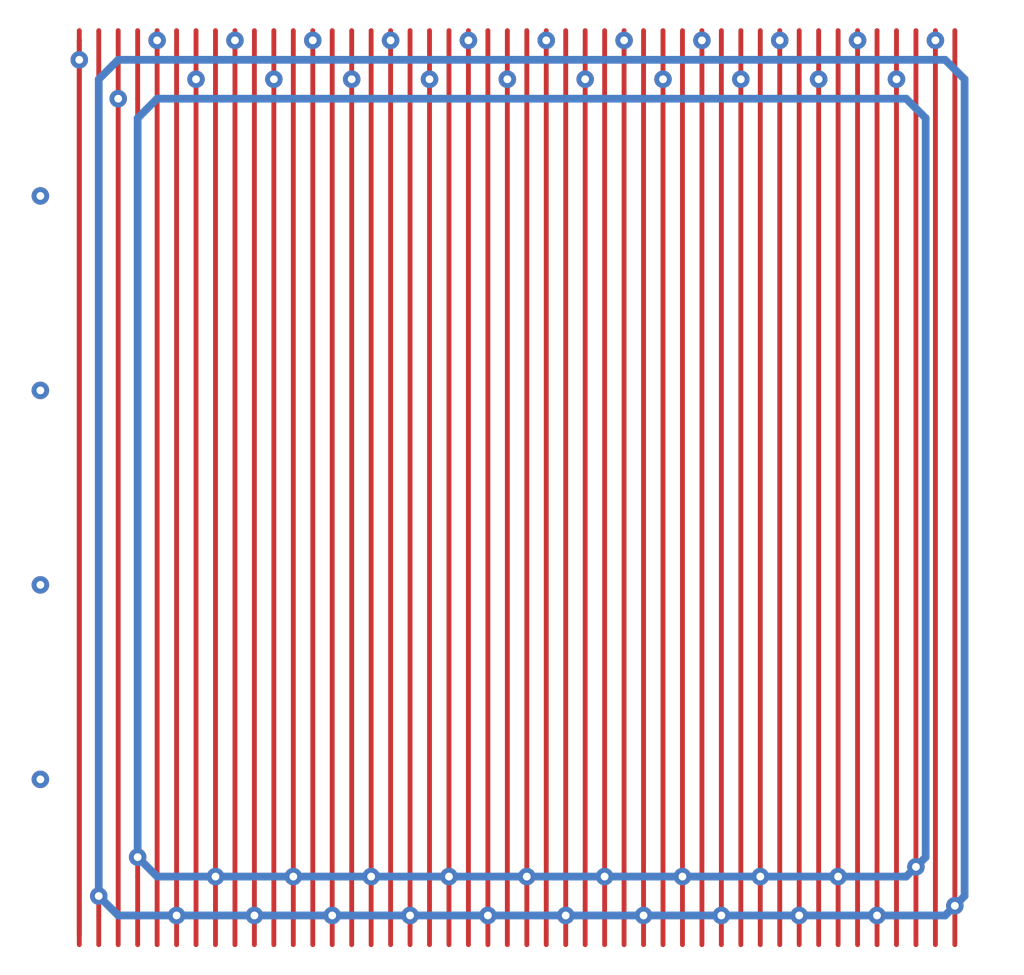
<source format=kicad_pcb>
(kicad_pcb (version 20171130) (host pcbnew "(5.1.9)-1")

  (general
    (thickness 1.6)
    (drawings 6)
    (tracks 139)
    (zones 0)
    (modules 0)
    (nets 1)
  )

  (page A4)
  (layers
    (0 F.Cu signal)
    (1 In1.Cu mixed)
    (2 In2.Cu power)
    (31 B.Cu power)
    (32 B.Adhes user)
    (33 F.Adhes user)
    (34 B.Paste user)
    (35 F.Paste user)
    (36 B.SilkS user)
    (37 F.SilkS user)
    (38 B.Mask user)
    (39 F.Mask user)
    (40 Dwgs.User user)
    (41 Cmts.User user)
    (42 Eco1.User user)
    (43 Eco2.User user)
    (44 Edge.Cuts user)
    (45 Margin user)
    (46 B.CrtYd user)
    (47 F.CrtYd user)
    (48 B.Fab user)
    (49 F.Fab user)
  )

  (setup
    (last_trace_width 0.25)
    (trace_clearance 0.2)
    (zone_clearance 0.508)
    (zone_45_only no)
    (trace_min 0.2)
    (via_size 0.8)
    (via_drill 0.4)
    (via_min_size 0.4)
    (via_min_drill 0.3)
    (uvia_size 0.3)
    (uvia_drill 0.1)
    (uvias_allowed no)
    (uvia_min_size 0.2)
    (uvia_min_drill 0.1)
    (edge_width 0.05)
    (segment_width 0.2)
    (pcb_text_width 0.3)
    (pcb_text_size 1.5 1.5)
    (mod_edge_width 0.12)
    (mod_text_size 1 1)
    (mod_text_width 0.15)
    (pad_size 1.524 1.524)
    (pad_drill 0.762)
    (pad_to_mask_clearance 0)
    (aux_axis_origin 0 0)
    (visible_elements 7FFFFFFF)
    (pcbplotparams
      (layerselection 0x010fc_ffffffff)
      (usegerberextensions false)
      (usegerberattributes true)
      (usegerberadvancedattributes true)
      (creategerberjobfile true)
      (excludeedgelayer true)
      (linewidth 0.100000)
      (plotframeref false)
      (viasonmask false)
      (mode 1)
      (useauxorigin false)
      (hpglpennumber 1)
      (hpglpenspeed 20)
      (hpglpendiameter 15.000000)
      (psnegative false)
      (psa4output false)
      (plotreference true)
      (plotvalue true)
      (plotinvisibletext false)
      (padsonsilk false)
      (subtractmaskfromsilk false)
      (outputformat 1)
      (mirror false)
      (drillshape 1)
      (scaleselection 1)
      (outputdirectory ""))
  )

  (net 0 "")

  (net_class Default "This is the default net class."
    (clearance 0.2)
    (trace_width 0.25)
    (via_dia 0.8)
    (via_drill 0.4)
    (uvia_dia 0.3)
    (uvia_drill 0.1)
  )

  (gr_line (start 47.5 100) (end 50 100) (layer Dwgs.User) (width 0.15) (tstamp 6070626B))
  (gr_line (start 47.5 50) (end 47.5 100) (layer Dwgs.User) (width 0.15))
  (gr_line (start 50 50) (end 47.5 50) (layer Dwgs.User) (width 0.15))
  (gr_line (start 100 50) (end 50 50) (layer Dwgs.User) (width 0.15) (tstamp 606C9D1E))
  (gr_line (start 100 100) (end 100 50) (layer Dwgs.User) (width 0.15))
  (gr_line (start 50 100) (end 100 100) (layer Dwgs.User) (width 0.15))

  (segment (start 55.5 51.5) (end 55.5 98.5) (width 0.25) (layer F.Cu) (net 0) (tstamp 606CDC36))
  (segment (start 56.5 51.5) (end 56.5 98.5) (width 0.25) (layer F.Cu) (net 0) (tstamp 606CDC38))
  (segment (start 57.5 51.5) (end 57.5 98.5) (width 0.25) (layer F.Cu) (net 0) (tstamp 606CDC3A))
  (segment (start 58.5 51.5) (end 58.5 98.5) (width 0.25) (layer F.Cu) (net 0) (tstamp 606CDC3C))
  (segment (start 59.5 51.5) (end 59.5 98.5) (width 0.25) (layer F.Cu) (net 0) (tstamp 606CDC3E))
  (segment (start 61.5 51.5) (end 61.5 98.5) (width 0.25) (layer F.Cu) (net 0) (tstamp 606CDC42))
  (segment (start 62.5 51.5) (end 62.5 98.5) (width 0.25) (layer F.Cu) (net 0) (tstamp 606CDC44))
  (segment (start 63.5 51.5) (end 63.5 98.5) (width 0.25) (layer F.Cu) (net 0) (tstamp 606CDC46))
  (segment (start 64.5 51.5) (end 64.5 98.5) (width 0.25) (layer F.Cu) (net 0) (tstamp 606CDC48))
  (segment (start 65.5 51.5) (end 65.5 98.5) (width 0.25) (layer F.Cu) (net 0) (tstamp 606CDC4A))
  (segment (start 66.5 51.5) (end 66.5 98.5) (width 0.25) (layer F.Cu) (net 0) (tstamp 606CDC4C))
  (segment (start 67.5 51.5) (end 67.5 98.5) (width 0.25) (layer F.Cu) (net 0) (tstamp 606CDC4E))
  (segment (start 68.5 51.5) (end 68.5 98.5) (width 0.25) (layer F.Cu) (net 0) (tstamp 606CDC50))
  (segment (start 69.5 51.5) (end 69.5 98.5) (width 0.25) (layer F.Cu) (net 0) (tstamp 606CDC52))
  (segment (start 70.5 51.5) (end 70.5 98.5) (width 0.25) (layer F.Cu) (net 0) (tstamp 606CDC54))
  (segment (start 71.5 51.5) (end 71.5 98.5) (width 0.25) (layer F.Cu) (net 0) (tstamp 606CDC56))
  (segment (start 72.5 51.5) (end 72.5 98.5) (width 0.25) (layer F.Cu) (net 0) (tstamp 606CDC58))
  (segment (start 73.5 51.5) (end 73.5 98.5) (width 0.25) (layer F.Cu) (net 0) (tstamp 606CDC5A))
  (segment (start 74.5 51.5) (end 74.5 98.5) (width 0.25) (layer F.Cu) (net 0) (tstamp 606CDC5C))
  (segment (start 75.5 51.5) (end 75.5 98.5) (width 0.25) (layer F.Cu) (net 0) (tstamp 606CDC5E))
  (segment (start 76.5 51.5) (end 76.5 98.5) (width 0.25) (layer F.Cu) (net 0) (tstamp 606CDC60))
  (segment (start 77.5 51.5) (end 77.5 98.5) (width 0.25) (layer F.Cu) (net 0) (tstamp 606CDC62))
  (segment (start 78.5 51.5) (end 78.5 98.5) (width 0.25) (layer F.Cu) (net 0) (tstamp 606CDC64))
  (segment (start 79.5 51.5) (end 79.5 98.5) (width 0.25) (layer F.Cu) (net 0) (tstamp 606CDC66))
  (segment (start 80.5 51.5) (end 80.5 98.5) (width 0.25) (layer F.Cu) (net 0) (tstamp 606CDC68))
  (segment (start 81.5 51.5) (end 81.5 98.5) (width 0.25) (layer F.Cu) (net 0) (tstamp 606CDC6A))
  (segment (start 82.5 51.5) (end 82.5 98.5) (width 0.25) (layer F.Cu) (net 0) (tstamp 606CDC6C))
  (segment (start 83.5 51.5) (end 83.5 98.5) (width 0.25) (layer F.Cu) (net 0) (tstamp 606CDC6E))
  (segment (start 84.5 51.5) (end 84.5 98.5) (width 0.25) (layer F.Cu) (net 0) (tstamp 606CDC70))
  (segment (start 85.5 51.5) (end 85.5 98.5) (width 0.25) (layer F.Cu) (net 0) (tstamp 606CDC72))
  (segment (start 86.5 51.5) (end 86.5 98.5) (width 0.25) (layer F.Cu) (net 0) (tstamp 606CDC74))
  (segment (start 87.5 51.5) (end 87.5 98.5) (width 0.25) (layer F.Cu) (net 0) (tstamp 606CDC76))
  (segment (start 88.5 51.5) (end 88.5 98.5) (width 0.25) (layer F.Cu) (net 0) (tstamp 606CDC78))
  (segment (start 89.5 51.5) (end 89.5 98.5) (width 0.25) (layer F.Cu) (net 0) (tstamp 606CDC7A))
  (segment (start 90.5 51.5) (end 90.5 98.5) (width 0.25) (layer F.Cu) (net 0) (tstamp 606CDC7C))
  (segment (start 91.5 51.5) (end 91.5 98.5) (width 0.25) (layer F.Cu) (net 0) (tstamp 606CDC7E))
  (segment (start 92.5 51.5) (end 92.5 98.5) (width 0.25) (layer F.Cu) (net 0) (tstamp 606CDC80))
  (segment (start 93.5 51.5) (end 93.5 98.5) (width 0.25) (layer F.Cu) (net 0) (tstamp 606CDC82))
  (segment (start 94.5 51.5) (end 94.5 98.5) (width 0.25) (layer F.Cu) (net 0) (tstamp 606CDC84))
  (segment (start 95.5 51.5) (end 95.5 98.5) (width 0.25) (layer F.Cu) (net 0) (tstamp 606CDC86))
  (segment (start 96.5 51.5) (end 96.5 98.5) (width 0.25) (layer F.Cu) (net 0) (tstamp 606CDC88))
  (segment (start 54.5 51.5) (end 54.5 55) (width 0.25) (layer F.Cu) (net 0) (tstamp 606CDC34))
  (segment (start 53.5 51.5) (end 53.5 98.5) (width 0.25) (layer F.Cu) (net 0) (tstamp 606CDC32))
  (segment (start 52.5 51.5) (end 52.5 97) (width 0.25) (layer F.Cu) (net 0) (tstamp 606CDC30))
  (segment (start 60.5 51.5) (end 60.5 98.5) (width 0.25) (layer F.Cu) (net 0) (tstamp 606CDC40))
  (via (at 49.5 60) (size 0.9) (drill 0.4) (layers F.Cu B.Cu) (net 0))
  (segment (start 51.5 52) (end 51.5 52) (width 0.25) (layer F.Cu) (net 0))
  (segment (start 51.5 51.5) (end 51.5 52) (width 0.25) (layer F.Cu) (net 0))
  (via (at 49.5 70) (size 0.9) (drill 0.4) (layers F.Cu B.Cu) (net 0) (tstamp 607062B2))
  (via (at 49.5 80) (size 0.9) (drill 0.4) (layers F.Cu B.Cu) (net 0) (tstamp 607062B4))
  (via (at 49.5 90) (size 0.9) (drill 0.4) (layers F.Cu B.Cu) (net 0) (tstamp 607062B6))
  (segment (start 51.5 98) (end 51.5 52) (width 0.25) (layer F.Cu) (net 0))
  (segment (start 51.5 53) (end 51.5 97) (width 0.4) (layer In2.Cu) (net 0))
  (segment (start 52.5 98) (end 97 98) (width 0.4) (layer In2.Cu) (net 0))
  (segment (start 98 97) (end 98 53) (width 0.4) (layer In2.Cu) (net 0))
  (segment (start 97 52) (end 52.5 52) (width 0.4) (layer In2.Cu) (net 0))
  (segment (start 52.5 54) (end 52.5 96) (width 0.4) (layer B.Cu) (net 0))
  (segment (start 53.5 97) (end 96 97) (width 0.4) (layer B.Cu) (net 0))
  (segment (start 97 96) (end 97 54) (width 0.4) (layer B.Cu) (net 0))
  (segment (start 96 53) (end 53.5 53) (width 0.4) (layer B.Cu) (net 0))
  (segment (start 54.5 56) (end 54.5 94) (width 0.4) (layer B.Cu) (net 0))
  (segment (start 55.5 95) (end 94 95) (width 0.4) (layer B.Cu) (net 0))
  (segment (start 95 94) (end 95 56) (width 0.4) (layer B.Cu) (net 0))
  (segment (start 94 55) (end 55.5 55) (width 0.4) (layer B.Cu) (net 0))
  (segment (start 49.5 60) (end 51.5 60) (width 0.25) (layer In1.Cu) (net 0))
  (segment (start 49.5 70) (end 52.5 70) (width 0.25) (layer In1.Cu) (net 0))
  (segment (start 49.5 80) (end 53.5 80) (width 0.25) (layer In1.Cu) (net 0))
  (segment (start 49.5 90) (end 54.5 90) (width 0.25) (layer In1.Cu) (net 0))
  (segment (start 51.5 52) (end 51.5 52) (width 0.25) (layer F.Cu) (net 0) (tstamp 6070AE4D))
  (segment (start 51.5 52) (end 51.5 98.5) (width 0.25) (layer F.Cu) (net 0) (tstamp 6070B240))
  (via (at 51.5 53) (size 0.9) (drill 0.4) (layers F.Cu B.Cu) (net 0))
  (via (at 55.5 52) (size 0.9) (drill 0.4) (layers F.Cu B.Cu) (net 0) (tstamp 6070B585))
  (via (at 59.5 52) (size 0.9) (drill 0.4) (layers F.Cu B.Cu) (net 0) (tstamp 6070B587))
  (via (at 63.5 52) (size 0.9) (drill 0.4) (layers F.Cu B.Cu) (net 0) (tstamp 6070B589))
  (via (at 67.5 52) (size 0.9) (drill 0.4) (layers F.Cu B.Cu) (net 0) (tstamp 6070B58B))
  (via (at 71.5 52) (size 0.9) (drill 0.4) (layers F.Cu B.Cu) (net 0) (tstamp 6070B58D))
  (via (at 75.5 52) (size 0.9) (drill 0.4) (layers F.Cu B.Cu) (net 0) (tstamp 6070B58F))
  (via (at 79.5 52) (size 0.9) (drill 0.4) (layers F.Cu B.Cu) (net 0) (tstamp 6070B591))
  (via (at 83.5 52) (size 0.9) (drill 0.4) (layers F.Cu B.Cu) (net 0) (tstamp 6070B593))
  (via (at 87.5 52) (size 0.9) (drill 0.4) (layers F.Cu B.Cu) (net 0) (tstamp 6070B595))
  (via (at 91.5 52) (size 0.9) (drill 0.4) (layers F.Cu B.Cu) (net 0) (tstamp 6070B597))
  (via (at 95.5 52) (size 0.9) (drill 0.4) (layers F.Cu B.Cu) (net 0) (tstamp 6070B599))
  (segment (start 52.5 97) (end 52.5 98.5) (width 0.25) (layer F.Cu) (net 0) (tstamp 6070B59C))
  (via (at 52.5 96) (size 0.9) (drill 0.4) (layers F.Cu B.Cu) (net 0))
  (via (at 56.5 97) (size 0.9) (drill 0.4) (layers F.Cu B.Cu) (net 0) (tstamp 6070B5C2))
  (via (at 60.5 97) (size 0.9) (drill 0.4) (layers F.Cu B.Cu) (net 0) (tstamp 6070B5C4))
  (via (at 64.5 97) (size 0.9) (drill 0.4) (layers F.Cu B.Cu) (net 0) (tstamp 6070B5C6))
  (via (at 68.5 97) (size 0.9) (drill 0.4) (layers F.Cu B.Cu) (net 0) (tstamp 6070B5C8))
  (via (at 72.5 97) (size 0.9) (drill 0.4) (layers F.Cu B.Cu) (net 0) (tstamp 6070B5CA))
  (via (at 76.5 97) (size 0.9) (drill 0.4) (layers F.Cu B.Cu) (net 0) (tstamp 6070B5CC))
  (via (at 80.5 97) (size 0.9) (drill 0.4) (layers F.Cu B.Cu) (net 0) (tstamp 6070B5CE))
  (via (at 84.5 97) (size 0.9) (drill 0.4) (layers F.Cu B.Cu) (net 0) (tstamp 6070B5D0))
  (via (at 88.5 97) (size 0.9) (drill 0.4) (layers F.Cu B.Cu) (net 0) (tstamp 6070B5D2))
  (via (at 92.5 97) (size 0.9) (drill 0.4) (layers F.Cu B.Cu) (net 0) (tstamp 6070B5D4))
  (via (at 96.5 96.5) (size 0.9) (drill 0.4) (layers F.Cu B.Cu) (net 0) (tstamp 6070B5D6))
  (segment (start 54.5 95) (end 54.5 98.5) (width 0.25) (layer F.Cu) (net 0) (tstamp 6070B5D9))
  (via (at 54.5 94) (size 0.9) (drill 0.4) (layers F.Cu B.Cu) (net 0))
  (via (at 58.5 95) (size 0.9) (drill 0.4) (layers F.Cu B.Cu) (net 0) (tstamp 6070B5DE))
  (via (at 62.5 95) (size 0.9) (drill 0.4) (layers F.Cu B.Cu) (net 0) (tstamp 6070B5E0))
  (via (at 66.5 95) (size 0.9) (drill 0.4) (layers F.Cu B.Cu) (net 0) (tstamp 6070B5E2))
  (via (at 70.5 95) (size 0.9) (drill 0.4) (layers F.Cu B.Cu) (net 0) (tstamp 6070B5E4))
  (via (at 74.5 95) (size 0.9) (drill 0.4) (layers F.Cu B.Cu) (net 0) (tstamp 6070B5E6))
  (via (at 78.5 95) (size 0.9) (drill 0.4) (layers F.Cu B.Cu) (net 0) (tstamp 6070B5E8))
  (via (at 82.5 95) (size 0.9) (drill 0.4) (layers F.Cu B.Cu) (net 0) (tstamp 6070B5EA))
  (via (at 86.5 95) (size 0.9) (drill 0.4) (layers F.Cu B.Cu) (net 0) (tstamp 6070B5EC))
  (via (at 90.5 95) (size 0.9) (drill 0.4) (layers F.Cu B.Cu) (net 0) (tstamp 6070B5EE))
  (via (at 94.5 94.5) (size 0.9) (drill 0.4) (layers F.Cu B.Cu) (net 0) (tstamp 6070B5F0))
  (segment (start 54.5 55) (end 54.5 95) (width 0.25) (layer F.Cu) (net 0) (tstamp 6070B5F3))
  (via (at 53.5 55) (size 0.9) (drill 0.4) (layers F.Cu B.Cu) (net 0))
  (via (at 57.5 54) (size 0.9) (drill 0.4) (layers F.Cu B.Cu) (net 0) (tstamp 6070B5F8))
  (via (at 61.5 54) (size 0.9) (drill 0.4) (layers F.Cu B.Cu) (net 0) (tstamp 6070B5FA))
  (via (at 65.5 54) (size 0.9) (drill 0.4) (layers F.Cu B.Cu) (net 0) (tstamp 6070B5FC))
  (via (at 69.5 54) (size 0.9) (drill 0.4) (layers F.Cu B.Cu) (net 0) (tstamp 6070B5FE))
  (via (at 73.5 54) (size 0.9) (drill 0.4) (layers F.Cu B.Cu) (net 0) (tstamp 6070B600))
  (via (at 77.5 54) (size 0.9) (drill 0.4) (layers F.Cu B.Cu) (net 0) (tstamp 6070B602))
  (via (at 81.5 54) (size 0.9) (drill 0.4) (layers F.Cu B.Cu) (net 0) (tstamp 6070B604))
  (via (at 85.5 54) (size 0.9) (drill 0.4) (layers F.Cu B.Cu) (net 0) (tstamp 6070B606))
  (via (at 89.5 54) (size 0.9) (drill 0.4) (layers F.Cu B.Cu) (net 0) (tstamp 6070B608))
  (via (at 93.5 54) (size 0.9) (drill 0.4) (layers F.Cu B.Cu) (net 0) (tstamp 6070B60A))
  (segment (start 97 52) (end 98 53) (width 0.4) (layer In2.Cu) (net 0))
  (segment (start 51.5 53) (end 52.5 52) (width 0.4) (layer In2.Cu) (net 0))
  (segment (start 51.5 97) (end 52.5 98) (width 0.4) (layer In2.Cu) (net 0))
  (segment (start 97 98) (end 98 97) (width 0.4) (layer In2.Cu) (net 0))
  (segment (start 54.5 96) (end 95 96) (width 0.4) (layer In2.Cu) (net 0))
  (segment (start 95 54) (end 96 55) (width 0.4) (layer In2.Cu) (net 0) (tstamp 60721BA1))
  (segment (start 53.5 95) (end 54.5 96) (width 0.4) (layer In2.Cu) (net 0))
  (segment (start 95 54) (end 54.5 54) (width 0.4) (layer In2.Cu) (net 0))
  (segment (start 53.5 55) (end 53.5 95) (width 0.4) (layer In2.Cu) (net 0))
  (segment (start 53.5 55) (end 54.5 54) (width 0.4) (layer In2.Cu) (net 0))
  (segment (start 96 95) (end 96 55) (width 0.4) (layer In2.Cu) (net 0))
  (segment (start 95 96) (end 96 95) (width 0.4) (layer In2.Cu) (net 0))
  (segment (start 52.5 54) (end 53.5 53) (width 0.4) (layer B.Cu) (net 0))
  (segment (start 54.5 56) (end 55.5 55) (width 0.4) (layer B.Cu) (net 0))
  (segment (start 94 55) (end 95 56) (width 0.4) (layer B.Cu) (net 0))
  (segment (start 96 53) (end 97 54) (width 0.4) (layer B.Cu) (net 0))
  (segment (start 53.5 97) (end 52.5 96) (width 0.4) (layer B.Cu) (net 0))
  (segment (start 55.5 95) (end 54.5 94) (width 0.4) (layer B.Cu) (net 0))
  (segment (start 96 97) (end 97 96) (width 0.4) (layer B.Cu) (net 0))
  (segment (start 94 95) (end 95 94) (width 0.4) (layer B.Cu) (net 0))

)

</source>
